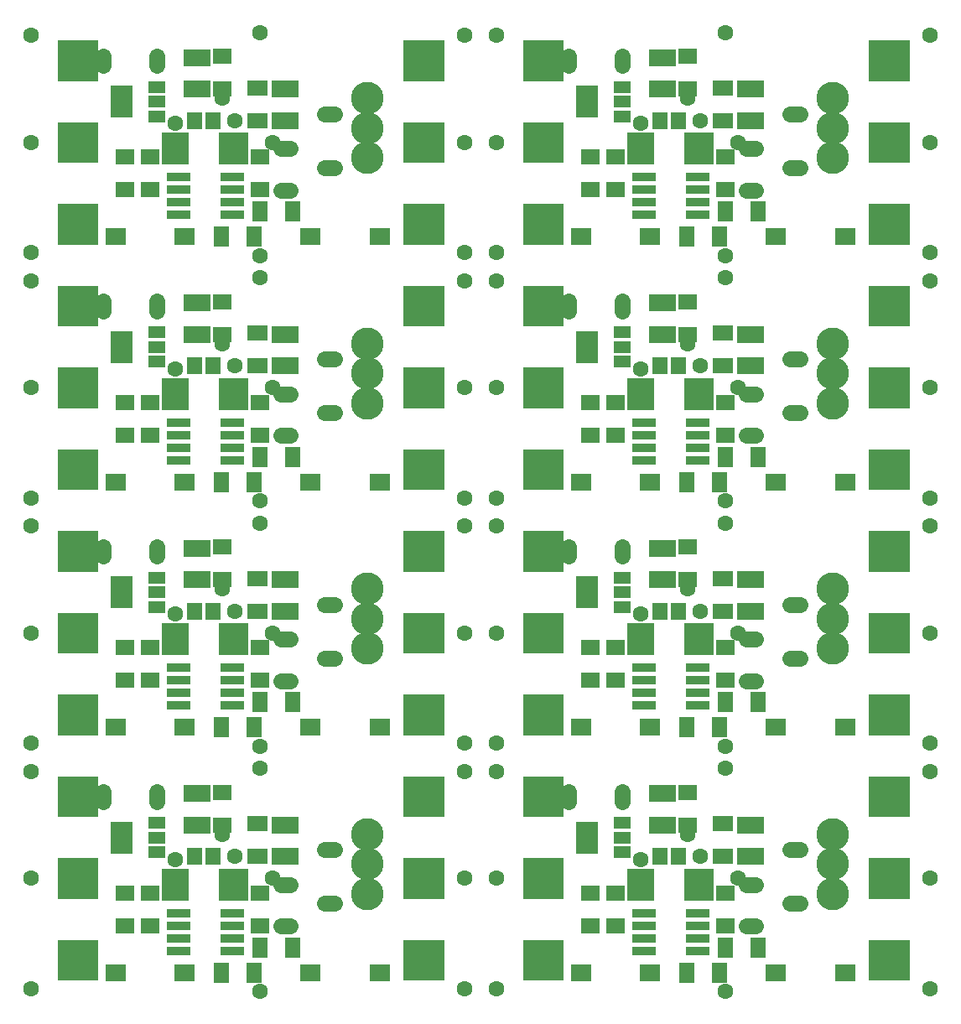
<source format=gbr>
%FSLAX34Y34*%
%MOMM*%
%LNSOLDERMASK_TOP*%
G71*
G01*
%ADD10C, 1.60*%
%ADD11R, 2.00X3.20*%
%ADD12R, 1.50X2.00*%
%ADD13R, 2.00X1.80*%
%ADD14R, 1.90X1.50*%
%ADD15C, 3.30*%
%ADD16R, 2.20X3.20*%
%ADD17R, 1.70X1.20*%
%ADD18R, 2.40X0.90*%
%ADD19R, 2.80X1.70*%
%ADD20R, 1.50X1.80*%
%ADD21C, 1.60*%
%ADD22R, 2.00X1.50*%
%LPD*%
G36*
X39850Y807875D02*
X80850Y807875D01*
X80850Y766875D01*
X39850Y766875D01*
X39850Y807875D01*
G37*
G36*
X39850Y972975D02*
X80850Y972975D01*
X80850Y931975D01*
X39850Y931975D01*
X39850Y972975D01*
G37*
G36*
X389100Y890425D02*
X430100Y890425D01*
X430100Y849425D01*
X389100Y849425D01*
X389100Y890425D01*
G37*
G54D10*
X264900Y863575D02*
X274900Y863575D01*
G54D10*
X264900Y821825D02*
X274900Y821825D01*
G54D10*
X85750Y957475D02*
X85750Y947475D01*
G54D10*
X140200Y957475D02*
X140200Y947475D01*
X161950Y863575D02*
G54D11*
D03*
X222275Y863575D02*
G54D11*
D03*
X155600Y863575D02*
G54D11*
D03*
X212750Y863575D02*
G54D11*
D03*
X238150Y774675D02*
G54D12*
D03*
X205209Y774675D02*
G54D12*
D03*
X168300Y774675D02*
G54D13*
D03*
X98450Y774675D02*
G54D13*
D03*
X365150Y774675D02*
G54D13*
D03*
X295300Y774675D02*
G54D13*
D03*
X133375Y822300D02*
G54D14*
D03*
X133375Y855241D02*
G54D14*
D03*
X107975Y822300D02*
G54D14*
D03*
X107975Y855241D02*
G54D14*
D03*
X244500Y822300D02*
G54D14*
D03*
X244500Y855241D02*
G54D14*
D03*
X244500Y800075D02*
G54D12*
D03*
X277441Y800075D02*
G54D12*
D03*
X352450Y914375D02*
G54D15*
D03*
X352450Y884375D02*
G54D15*
D03*
X352450Y854375D02*
G54D15*
D03*
X104800Y911200D02*
G54D16*
D03*
X139800Y896200D02*
G54D17*
D03*
X139800Y911200D02*
G54D17*
D03*
X139800Y926200D02*
G54D17*
D03*
X206400Y923900D02*
G54D14*
D03*
X206400Y956841D02*
G54D14*
D03*
X161950Y835000D02*
G54D18*
D03*
X161950Y822300D02*
G54D18*
D03*
X161950Y809600D02*
G54D18*
D03*
X161950Y796900D02*
G54D18*
D03*
X215950Y796900D02*
G54D18*
D03*
X215950Y809600D02*
G54D18*
D03*
X215950Y822300D02*
G54D18*
D03*
X215950Y835000D02*
G54D18*
D03*
X181000Y923900D02*
G54D19*
D03*
X181000Y955650D02*
G54D19*
D03*
X196875Y892150D02*
G54D20*
D03*
X177875Y892150D02*
G54D20*
D03*
G36*
X39850Y890425D02*
X80850Y890425D01*
X80850Y849425D01*
X39850Y849425D01*
X39850Y890425D01*
G37*
G36*
X389100Y972975D02*
X430100Y972975D01*
X430100Y931975D01*
X389100Y931975D01*
X389100Y972975D01*
G37*
G36*
X389100Y807875D02*
X430100Y807875D01*
X430100Y766875D01*
X389100Y766875D01*
X389100Y807875D01*
G37*
X269900Y923900D02*
G54D19*
D03*
X269900Y892150D02*
G54D19*
D03*
X158775Y888975D02*
G54D21*
D03*
X206400Y914375D02*
G54D21*
D03*
X241325Y892150D02*
G54D22*
D03*
X241325Y925091D02*
G54D22*
D03*
G54D10*
X309350Y844525D02*
X319350Y844525D01*
G54D10*
X309350Y898975D02*
X319350Y898975D01*
X12725Y977875D02*
G54D21*
D03*
X12725Y758800D02*
G54D21*
D03*
X12725Y869925D02*
G54D21*
D03*
X450875Y869925D02*
G54D21*
D03*
X450875Y977875D02*
G54D21*
D03*
X450875Y758800D02*
G54D21*
D03*
X219100Y892150D02*
G54D21*
D03*
X257200Y869925D02*
G54D21*
D03*
X244500Y981050D02*
G54D21*
D03*
X244500Y755625D02*
G54D21*
D03*
G36*
X39850Y560225D02*
X80850Y560225D01*
X80850Y519225D01*
X39850Y519225D01*
X39850Y560225D01*
G37*
G36*
X39850Y725325D02*
X80850Y725325D01*
X80850Y684325D01*
X39850Y684325D01*
X39850Y725325D01*
G37*
G36*
X389100Y642775D02*
X430100Y642775D01*
X430100Y601775D01*
X389100Y601775D01*
X389100Y642775D01*
G37*
G54D10*
X264900Y615925D02*
X274900Y615925D01*
G54D10*
X264900Y574175D02*
X274900Y574175D01*
G54D10*
X85750Y709825D02*
X85750Y699825D01*
G54D10*
X140200Y709825D02*
X140200Y699825D01*
X161950Y615925D02*
G54D11*
D03*
X222275Y615925D02*
G54D11*
D03*
X155600Y615925D02*
G54D11*
D03*
X212750Y615925D02*
G54D11*
D03*
X238150Y527025D02*
G54D12*
D03*
X205209Y527025D02*
G54D12*
D03*
X168300Y527025D02*
G54D13*
D03*
X98450Y527025D02*
G54D13*
D03*
X365150Y527025D02*
G54D13*
D03*
X295300Y527025D02*
G54D13*
D03*
X133375Y574650D02*
G54D14*
D03*
X133375Y607591D02*
G54D14*
D03*
X107975Y574650D02*
G54D14*
D03*
X107975Y607591D02*
G54D14*
D03*
X244500Y574650D02*
G54D14*
D03*
X244500Y607591D02*
G54D14*
D03*
X244500Y552425D02*
G54D12*
D03*
X277441Y552425D02*
G54D12*
D03*
X352450Y666725D02*
G54D15*
D03*
X352450Y636725D02*
G54D15*
D03*
X352450Y606725D02*
G54D15*
D03*
X104800Y663550D02*
G54D16*
D03*
X139800Y648550D02*
G54D17*
D03*
X139800Y663550D02*
G54D17*
D03*
X139800Y678550D02*
G54D17*
D03*
X206400Y676250D02*
G54D14*
D03*
X206400Y709191D02*
G54D14*
D03*
X161950Y587350D02*
G54D18*
D03*
X161950Y574650D02*
G54D18*
D03*
X161950Y561950D02*
G54D18*
D03*
X161950Y549250D02*
G54D18*
D03*
X215950Y549250D02*
G54D18*
D03*
X215950Y561950D02*
G54D18*
D03*
X215950Y574650D02*
G54D18*
D03*
X215950Y587350D02*
G54D18*
D03*
X181000Y676250D02*
G54D19*
D03*
X181000Y708000D02*
G54D19*
D03*
X196875Y644500D02*
G54D20*
D03*
X177875Y644500D02*
G54D20*
D03*
G36*
X39850Y642775D02*
X80850Y642775D01*
X80850Y601775D01*
X39850Y601775D01*
X39850Y642775D01*
G37*
G36*
X389100Y725325D02*
X430100Y725325D01*
X430100Y684325D01*
X389100Y684325D01*
X389100Y725325D01*
G37*
G36*
X389100Y560225D02*
X430100Y560225D01*
X430100Y519225D01*
X389100Y519225D01*
X389100Y560225D01*
G37*
X269900Y676250D02*
G54D19*
D03*
X269900Y644500D02*
G54D19*
D03*
X158775Y641325D02*
G54D21*
D03*
X206400Y666725D02*
G54D21*
D03*
X241325Y644500D02*
G54D22*
D03*
X241325Y677441D02*
G54D22*
D03*
G54D10*
X309350Y596875D02*
X319350Y596875D01*
G54D10*
X309350Y651325D02*
X319350Y651325D01*
X12725Y730225D02*
G54D21*
D03*
X12725Y511150D02*
G54D21*
D03*
X12725Y622275D02*
G54D21*
D03*
X450875Y622275D02*
G54D21*
D03*
X450875Y730225D02*
G54D21*
D03*
X450875Y511150D02*
G54D21*
D03*
X219100Y644500D02*
G54D21*
D03*
X257200Y622275D02*
G54D21*
D03*
X244500Y733400D02*
G54D21*
D03*
X244500Y507975D02*
G54D21*
D03*
G36*
X39850Y312575D02*
X80850Y312575D01*
X80850Y271575D01*
X39850Y271575D01*
X39850Y312575D01*
G37*
G36*
X39850Y477675D02*
X80850Y477675D01*
X80850Y436675D01*
X39850Y436675D01*
X39850Y477675D01*
G37*
G36*
X389100Y395125D02*
X430100Y395125D01*
X430100Y354125D01*
X389100Y354125D01*
X389100Y395125D01*
G37*
G54D10*
X264900Y368275D02*
X274900Y368275D01*
G54D10*
X264900Y326525D02*
X274900Y326525D01*
G54D10*
X85750Y462175D02*
X85750Y452175D01*
G54D10*
X140200Y462175D02*
X140200Y452175D01*
X161950Y368275D02*
G54D11*
D03*
X222275Y368275D02*
G54D11*
D03*
X155600Y368275D02*
G54D11*
D03*
X212750Y368275D02*
G54D11*
D03*
X238150Y279375D02*
G54D12*
D03*
X205209Y279375D02*
G54D12*
D03*
X168300Y279375D02*
G54D13*
D03*
X98450Y279375D02*
G54D13*
D03*
X365150Y279375D02*
G54D13*
D03*
X295300Y279375D02*
G54D13*
D03*
X133375Y327000D02*
G54D14*
D03*
X133375Y359941D02*
G54D14*
D03*
X107975Y327000D02*
G54D14*
D03*
X107975Y359941D02*
G54D14*
D03*
X244500Y327000D02*
G54D14*
D03*
X244500Y359941D02*
G54D14*
D03*
X244500Y304775D02*
G54D12*
D03*
X277441Y304775D02*
G54D12*
D03*
X352450Y419075D02*
G54D15*
D03*
X352450Y389075D02*
G54D15*
D03*
X352450Y359075D02*
G54D15*
D03*
X104800Y415900D02*
G54D16*
D03*
X139800Y400900D02*
G54D17*
D03*
X139800Y415900D02*
G54D17*
D03*
X139800Y430900D02*
G54D17*
D03*
X206400Y428600D02*
G54D14*
D03*
X206400Y461541D02*
G54D14*
D03*
X161950Y339700D02*
G54D18*
D03*
X161950Y327000D02*
G54D18*
D03*
X161950Y314300D02*
G54D18*
D03*
X161950Y301600D02*
G54D18*
D03*
X215950Y301600D02*
G54D18*
D03*
X215950Y314300D02*
G54D18*
D03*
X215950Y327000D02*
G54D18*
D03*
X215950Y339700D02*
G54D18*
D03*
X181000Y428600D02*
G54D19*
D03*
X181000Y460350D02*
G54D19*
D03*
X196875Y396850D02*
G54D20*
D03*
X177875Y396850D02*
G54D20*
D03*
G36*
X39850Y395125D02*
X80850Y395125D01*
X80850Y354125D01*
X39850Y354125D01*
X39850Y395125D01*
G37*
G36*
X389100Y477675D02*
X430100Y477675D01*
X430100Y436675D01*
X389100Y436675D01*
X389100Y477675D01*
G37*
G36*
X389100Y312575D02*
X430100Y312575D01*
X430100Y271575D01*
X389100Y271575D01*
X389100Y312575D01*
G37*
X269900Y428600D02*
G54D19*
D03*
X269900Y396850D02*
G54D19*
D03*
X158775Y393675D02*
G54D21*
D03*
X206400Y419075D02*
G54D21*
D03*
X241325Y396850D02*
G54D22*
D03*
X241325Y429791D02*
G54D22*
D03*
G54D10*
X309350Y349225D02*
X319350Y349225D01*
G54D10*
X309350Y403675D02*
X319350Y403675D01*
X12725Y482575D02*
G54D21*
D03*
X12725Y263500D02*
G54D21*
D03*
X12725Y374625D02*
G54D21*
D03*
X450875Y374625D02*
G54D21*
D03*
X450875Y482575D02*
G54D21*
D03*
X450875Y263500D02*
G54D21*
D03*
X219100Y396850D02*
G54D21*
D03*
X257200Y374625D02*
G54D21*
D03*
X244500Y485750D02*
G54D21*
D03*
X244500Y260325D02*
G54D21*
D03*
G36*
X39850Y64925D02*
X80850Y64925D01*
X80850Y23925D01*
X39850Y23925D01*
X39850Y64925D01*
G37*
G36*
X39850Y230025D02*
X80850Y230025D01*
X80850Y189025D01*
X39850Y189025D01*
X39850Y230025D01*
G37*
G36*
X389100Y147475D02*
X430100Y147475D01*
X430100Y106475D01*
X389100Y106475D01*
X389100Y147475D01*
G37*
G54D10*
X264900Y120625D02*
X274900Y120625D01*
G54D10*
X264900Y78875D02*
X274900Y78875D01*
G54D10*
X85750Y214525D02*
X85750Y204525D01*
G54D10*
X140200Y214525D02*
X140200Y204525D01*
X161950Y120625D02*
G54D11*
D03*
X222275Y120625D02*
G54D11*
D03*
X155600Y120625D02*
G54D11*
D03*
X212750Y120625D02*
G54D11*
D03*
X238150Y31725D02*
G54D12*
D03*
X205209Y31725D02*
G54D12*
D03*
X168300Y31725D02*
G54D13*
D03*
X98450Y31725D02*
G54D13*
D03*
X365150Y31725D02*
G54D13*
D03*
X295300Y31725D02*
G54D13*
D03*
X133375Y79350D02*
G54D14*
D03*
X133375Y112291D02*
G54D14*
D03*
X107975Y79350D02*
G54D14*
D03*
X107975Y112291D02*
G54D14*
D03*
X244500Y79350D02*
G54D14*
D03*
X244500Y112291D02*
G54D14*
D03*
X244500Y57125D02*
G54D12*
D03*
X277441Y57125D02*
G54D12*
D03*
X352450Y171425D02*
G54D15*
D03*
X352450Y141425D02*
G54D15*
D03*
X352450Y111425D02*
G54D15*
D03*
X104800Y168250D02*
G54D16*
D03*
X139800Y153250D02*
G54D17*
D03*
X139800Y168250D02*
G54D17*
D03*
X139800Y183250D02*
G54D17*
D03*
X206400Y180950D02*
G54D14*
D03*
X206400Y213891D02*
G54D14*
D03*
X161950Y92050D02*
G54D18*
D03*
X161950Y79350D02*
G54D18*
D03*
X161950Y66650D02*
G54D18*
D03*
X161950Y53950D02*
G54D18*
D03*
X215950Y53950D02*
G54D18*
D03*
X215950Y66650D02*
G54D18*
D03*
X215950Y79350D02*
G54D18*
D03*
X215950Y92050D02*
G54D18*
D03*
X181000Y180950D02*
G54D19*
D03*
X181000Y212700D02*
G54D19*
D03*
X196875Y149200D02*
G54D20*
D03*
X177875Y149200D02*
G54D20*
D03*
G36*
X39850Y147475D02*
X80850Y147475D01*
X80850Y106475D01*
X39850Y106475D01*
X39850Y147475D01*
G37*
G36*
X389100Y230025D02*
X430100Y230025D01*
X430100Y189025D01*
X389100Y189025D01*
X389100Y230025D01*
G37*
G36*
X389100Y64925D02*
X430100Y64925D01*
X430100Y23925D01*
X389100Y23925D01*
X389100Y64925D01*
G37*
X269900Y180950D02*
G54D19*
D03*
X269900Y149200D02*
G54D19*
D03*
X158775Y146025D02*
G54D21*
D03*
X206400Y171425D02*
G54D21*
D03*
X241325Y149200D02*
G54D22*
D03*
X241325Y182141D02*
G54D22*
D03*
G54D10*
X309350Y101575D02*
X319350Y101575D01*
G54D10*
X309350Y156025D02*
X319350Y156025D01*
X12725Y234925D02*
G54D21*
D03*
X12725Y15850D02*
G54D21*
D03*
X12725Y126975D02*
G54D21*
D03*
X450875Y126975D02*
G54D21*
D03*
X450875Y234925D02*
G54D21*
D03*
X450875Y15850D02*
G54D21*
D03*
X219100Y149200D02*
G54D21*
D03*
X257200Y126975D02*
G54D21*
D03*
X244500Y238100D02*
G54D21*
D03*
X244500Y12675D02*
G54D21*
D03*
G36*
X509750Y807875D02*
X550750Y807875D01*
X550750Y766875D01*
X509750Y766875D01*
X509750Y807875D01*
G37*
G36*
X509750Y972975D02*
X550750Y972975D01*
X550750Y931975D01*
X509750Y931975D01*
X509750Y972975D01*
G37*
G36*
X859000Y890425D02*
X900000Y890425D01*
X900000Y849425D01*
X859000Y849425D01*
X859000Y890425D01*
G37*
G54D10*
X734800Y863575D02*
X744800Y863575D01*
G54D10*
X734800Y821825D02*
X744800Y821825D01*
G54D10*
X555650Y957475D02*
X555650Y947475D01*
G54D10*
X610100Y957475D02*
X610100Y947475D01*
X631850Y863575D02*
G54D11*
D03*
X692175Y863575D02*
G54D11*
D03*
X625500Y863575D02*
G54D11*
D03*
X682650Y863575D02*
G54D11*
D03*
X708050Y774675D02*
G54D12*
D03*
X675109Y774675D02*
G54D12*
D03*
X638200Y774675D02*
G54D13*
D03*
X568350Y774675D02*
G54D13*
D03*
X835050Y774675D02*
G54D13*
D03*
X765200Y774675D02*
G54D13*
D03*
X603275Y822300D02*
G54D14*
D03*
X603275Y855241D02*
G54D14*
D03*
X577875Y822300D02*
G54D14*
D03*
X577875Y855241D02*
G54D14*
D03*
X714400Y822300D02*
G54D14*
D03*
X714400Y855241D02*
G54D14*
D03*
X714400Y800075D02*
G54D12*
D03*
X747341Y800075D02*
G54D12*
D03*
X822350Y914375D02*
G54D15*
D03*
X822350Y884375D02*
G54D15*
D03*
X822350Y854375D02*
G54D15*
D03*
X574700Y911200D02*
G54D16*
D03*
X609700Y896200D02*
G54D17*
D03*
X609700Y911200D02*
G54D17*
D03*
X609700Y926200D02*
G54D17*
D03*
X676300Y923900D02*
G54D14*
D03*
X676300Y956841D02*
G54D14*
D03*
X631850Y835000D02*
G54D18*
D03*
X631850Y822300D02*
G54D18*
D03*
X631850Y809600D02*
G54D18*
D03*
X631850Y796900D02*
G54D18*
D03*
X685850Y796900D02*
G54D18*
D03*
X685850Y809600D02*
G54D18*
D03*
X685850Y822300D02*
G54D18*
D03*
X685850Y835000D02*
G54D18*
D03*
X650900Y923900D02*
G54D19*
D03*
X650900Y955650D02*
G54D19*
D03*
X666775Y892150D02*
G54D20*
D03*
X647775Y892150D02*
G54D20*
D03*
G36*
X509750Y890425D02*
X550750Y890425D01*
X550750Y849425D01*
X509750Y849425D01*
X509750Y890425D01*
G37*
G36*
X859000Y972975D02*
X900000Y972975D01*
X900000Y931975D01*
X859000Y931975D01*
X859000Y972975D01*
G37*
G36*
X859000Y807875D02*
X900000Y807875D01*
X900000Y766875D01*
X859000Y766875D01*
X859000Y807875D01*
G37*
X739800Y923900D02*
G54D19*
D03*
X739800Y892150D02*
G54D19*
D03*
X628675Y888975D02*
G54D21*
D03*
X676300Y914375D02*
G54D21*
D03*
X711225Y892150D02*
G54D22*
D03*
X711225Y925091D02*
G54D22*
D03*
G54D10*
X779250Y844525D02*
X789250Y844525D01*
G54D10*
X779250Y898975D02*
X789250Y898975D01*
X482625Y977875D02*
G54D21*
D03*
X482625Y758800D02*
G54D21*
D03*
X482625Y869925D02*
G54D21*
D03*
X920775Y869925D02*
G54D21*
D03*
X920775Y977875D02*
G54D21*
D03*
X920775Y758800D02*
G54D21*
D03*
X689000Y892150D02*
G54D21*
D03*
X727100Y869925D02*
G54D21*
D03*
X714400Y981050D02*
G54D21*
D03*
X714400Y755625D02*
G54D21*
D03*
G36*
X509750Y560225D02*
X550750Y560225D01*
X550750Y519225D01*
X509750Y519225D01*
X509750Y560225D01*
G37*
G36*
X509750Y725325D02*
X550750Y725325D01*
X550750Y684325D01*
X509750Y684325D01*
X509750Y725325D01*
G37*
G36*
X859000Y642775D02*
X900000Y642775D01*
X900000Y601775D01*
X859000Y601775D01*
X859000Y642775D01*
G37*
G54D10*
X734800Y615925D02*
X744800Y615925D01*
G54D10*
X734800Y574175D02*
X744800Y574175D01*
G54D10*
X555650Y709825D02*
X555650Y699825D01*
G54D10*
X610100Y709825D02*
X610100Y699825D01*
X631850Y615925D02*
G54D11*
D03*
X692175Y615925D02*
G54D11*
D03*
X625500Y615925D02*
G54D11*
D03*
X682650Y615925D02*
G54D11*
D03*
X708050Y527025D02*
G54D12*
D03*
X675109Y527025D02*
G54D12*
D03*
X638200Y527025D02*
G54D13*
D03*
X568350Y527025D02*
G54D13*
D03*
X835050Y527025D02*
G54D13*
D03*
X765200Y527025D02*
G54D13*
D03*
X603275Y574650D02*
G54D14*
D03*
X603275Y607591D02*
G54D14*
D03*
X577875Y574650D02*
G54D14*
D03*
X577875Y607591D02*
G54D14*
D03*
X714400Y574650D02*
G54D14*
D03*
X714400Y607591D02*
G54D14*
D03*
X714400Y552425D02*
G54D12*
D03*
X747341Y552425D02*
G54D12*
D03*
X822350Y666725D02*
G54D15*
D03*
X822350Y636725D02*
G54D15*
D03*
X822350Y606725D02*
G54D15*
D03*
X574700Y663550D02*
G54D16*
D03*
X609700Y648550D02*
G54D17*
D03*
X609700Y663550D02*
G54D17*
D03*
X609700Y678550D02*
G54D17*
D03*
X676300Y676250D02*
G54D14*
D03*
X676300Y709191D02*
G54D14*
D03*
X631850Y587350D02*
G54D18*
D03*
X631850Y574650D02*
G54D18*
D03*
X631850Y561950D02*
G54D18*
D03*
X631850Y549250D02*
G54D18*
D03*
X685850Y549250D02*
G54D18*
D03*
X685850Y561950D02*
G54D18*
D03*
X685850Y574650D02*
G54D18*
D03*
X685850Y587350D02*
G54D18*
D03*
X650900Y676250D02*
G54D19*
D03*
X650900Y708000D02*
G54D19*
D03*
X666775Y644500D02*
G54D20*
D03*
X647775Y644500D02*
G54D20*
D03*
G36*
X509750Y642775D02*
X550750Y642775D01*
X550750Y601775D01*
X509750Y601775D01*
X509750Y642775D01*
G37*
G36*
X859000Y725325D02*
X900000Y725325D01*
X900000Y684325D01*
X859000Y684325D01*
X859000Y725325D01*
G37*
G36*
X859000Y560225D02*
X900000Y560225D01*
X900000Y519225D01*
X859000Y519225D01*
X859000Y560225D01*
G37*
X739800Y676250D02*
G54D19*
D03*
X739800Y644500D02*
G54D19*
D03*
X628675Y641325D02*
G54D21*
D03*
X676300Y666725D02*
G54D21*
D03*
X711225Y644500D02*
G54D22*
D03*
X711225Y677441D02*
G54D22*
D03*
G54D10*
X779250Y596875D02*
X789250Y596875D01*
G54D10*
X779250Y651325D02*
X789250Y651325D01*
X482625Y730225D02*
G54D21*
D03*
X482625Y511150D02*
G54D21*
D03*
X482625Y622275D02*
G54D21*
D03*
X920775Y622275D02*
G54D21*
D03*
X920775Y730225D02*
G54D21*
D03*
X920775Y511150D02*
G54D21*
D03*
X689000Y644500D02*
G54D21*
D03*
X727100Y622275D02*
G54D21*
D03*
X714400Y733400D02*
G54D21*
D03*
X714400Y507975D02*
G54D21*
D03*
G36*
X509750Y312575D02*
X550750Y312575D01*
X550750Y271575D01*
X509750Y271575D01*
X509750Y312575D01*
G37*
G36*
X509750Y477675D02*
X550750Y477675D01*
X550750Y436675D01*
X509750Y436675D01*
X509750Y477675D01*
G37*
G36*
X859000Y395125D02*
X900000Y395125D01*
X900000Y354125D01*
X859000Y354125D01*
X859000Y395125D01*
G37*
G54D10*
X734800Y368275D02*
X744800Y368275D01*
G54D10*
X734800Y326525D02*
X744800Y326525D01*
G54D10*
X555650Y462175D02*
X555650Y452175D01*
G54D10*
X610100Y462175D02*
X610100Y452175D01*
X631850Y368275D02*
G54D11*
D03*
X692175Y368275D02*
G54D11*
D03*
X625500Y368275D02*
G54D11*
D03*
X682650Y368275D02*
G54D11*
D03*
X708050Y279375D02*
G54D12*
D03*
X675109Y279375D02*
G54D12*
D03*
X638200Y279375D02*
G54D13*
D03*
X568350Y279375D02*
G54D13*
D03*
X835050Y279375D02*
G54D13*
D03*
X765200Y279375D02*
G54D13*
D03*
X603275Y327000D02*
G54D14*
D03*
X603275Y359941D02*
G54D14*
D03*
X577875Y327000D02*
G54D14*
D03*
X577875Y359941D02*
G54D14*
D03*
X714400Y327000D02*
G54D14*
D03*
X714400Y359941D02*
G54D14*
D03*
X714400Y304775D02*
G54D12*
D03*
X747341Y304775D02*
G54D12*
D03*
X822350Y419075D02*
G54D15*
D03*
X822350Y389075D02*
G54D15*
D03*
X822350Y359075D02*
G54D15*
D03*
X574700Y415900D02*
G54D16*
D03*
X609700Y400900D02*
G54D17*
D03*
X609700Y415900D02*
G54D17*
D03*
X609700Y430900D02*
G54D17*
D03*
X676300Y428600D02*
G54D14*
D03*
X676300Y461541D02*
G54D14*
D03*
X631850Y339700D02*
G54D18*
D03*
X631850Y327000D02*
G54D18*
D03*
X631850Y314300D02*
G54D18*
D03*
X631850Y301600D02*
G54D18*
D03*
X685850Y301600D02*
G54D18*
D03*
X685850Y314300D02*
G54D18*
D03*
X685850Y327000D02*
G54D18*
D03*
X685850Y339700D02*
G54D18*
D03*
X650900Y428600D02*
G54D19*
D03*
X650900Y460350D02*
G54D19*
D03*
X666775Y396850D02*
G54D20*
D03*
X647775Y396850D02*
G54D20*
D03*
G36*
X509750Y395125D02*
X550750Y395125D01*
X550750Y354125D01*
X509750Y354125D01*
X509750Y395125D01*
G37*
G36*
X859000Y477675D02*
X900000Y477675D01*
X900000Y436675D01*
X859000Y436675D01*
X859000Y477675D01*
G37*
G36*
X859000Y312575D02*
X900000Y312575D01*
X900000Y271575D01*
X859000Y271575D01*
X859000Y312575D01*
G37*
X739800Y428600D02*
G54D19*
D03*
X739800Y396850D02*
G54D19*
D03*
X628675Y393675D02*
G54D21*
D03*
X676300Y419075D02*
G54D21*
D03*
X711225Y396850D02*
G54D22*
D03*
X711225Y429791D02*
G54D22*
D03*
G54D10*
X779250Y349225D02*
X789250Y349225D01*
G54D10*
X779250Y403675D02*
X789250Y403675D01*
X482625Y482575D02*
G54D21*
D03*
X482625Y263500D02*
G54D21*
D03*
X482625Y374625D02*
G54D21*
D03*
X920775Y374625D02*
G54D21*
D03*
X920775Y482575D02*
G54D21*
D03*
X920775Y263500D02*
G54D21*
D03*
X689000Y396850D02*
G54D21*
D03*
X727100Y374625D02*
G54D21*
D03*
X714400Y485750D02*
G54D21*
D03*
X714400Y260325D02*
G54D21*
D03*
G36*
X509750Y64925D02*
X550750Y64925D01*
X550750Y23925D01*
X509750Y23925D01*
X509750Y64925D01*
G37*
G36*
X509750Y230025D02*
X550750Y230025D01*
X550750Y189025D01*
X509750Y189025D01*
X509750Y230025D01*
G37*
G36*
X859000Y147475D02*
X900000Y147475D01*
X900000Y106475D01*
X859000Y106475D01*
X859000Y147475D01*
G37*
G54D10*
X734800Y120625D02*
X744800Y120625D01*
G54D10*
X734800Y78875D02*
X744800Y78875D01*
G54D10*
X555650Y214525D02*
X555650Y204525D01*
G54D10*
X610100Y214525D02*
X610100Y204525D01*
X631850Y120625D02*
G54D11*
D03*
X692175Y120625D02*
G54D11*
D03*
X625500Y120625D02*
G54D11*
D03*
X682650Y120625D02*
G54D11*
D03*
X708050Y31725D02*
G54D12*
D03*
X675109Y31725D02*
G54D12*
D03*
X638200Y31725D02*
G54D13*
D03*
X568350Y31725D02*
G54D13*
D03*
X835050Y31725D02*
G54D13*
D03*
X765200Y31725D02*
G54D13*
D03*
X603275Y79350D02*
G54D14*
D03*
X603275Y112291D02*
G54D14*
D03*
X577875Y79350D02*
G54D14*
D03*
X577875Y112291D02*
G54D14*
D03*
X714400Y79350D02*
G54D14*
D03*
X714400Y112291D02*
G54D14*
D03*
X714400Y57125D02*
G54D12*
D03*
X747341Y57125D02*
G54D12*
D03*
X822350Y171425D02*
G54D15*
D03*
X822350Y141425D02*
G54D15*
D03*
X822350Y111425D02*
G54D15*
D03*
X574700Y168250D02*
G54D16*
D03*
X609700Y153250D02*
G54D17*
D03*
X609700Y168250D02*
G54D17*
D03*
X609700Y183250D02*
G54D17*
D03*
X676300Y180950D02*
G54D14*
D03*
X676300Y213891D02*
G54D14*
D03*
X631850Y92050D02*
G54D18*
D03*
X631850Y79350D02*
G54D18*
D03*
X631850Y66650D02*
G54D18*
D03*
X631850Y53950D02*
G54D18*
D03*
X685850Y53950D02*
G54D18*
D03*
X685850Y66650D02*
G54D18*
D03*
X685850Y79350D02*
G54D18*
D03*
X685850Y92050D02*
G54D18*
D03*
X650900Y180950D02*
G54D19*
D03*
X650900Y212700D02*
G54D19*
D03*
X666775Y149200D02*
G54D20*
D03*
X647775Y149200D02*
G54D20*
D03*
G36*
X509750Y147475D02*
X550750Y147475D01*
X550750Y106475D01*
X509750Y106475D01*
X509750Y147475D01*
G37*
G36*
X859000Y230025D02*
X900000Y230025D01*
X900000Y189025D01*
X859000Y189025D01*
X859000Y230025D01*
G37*
G36*
X859000Y64925D02*
X900000Y64925D01*
X900000Y23925D01*
X859000Y23925D01*
X859000Y64925D01*
G37*
X739800Y180950D02*
G54D19*
D03*
X739800Y149200D02*
G54D19*
D03*
X628675Y146025D02*
G54D21*
D03*
X676300Y171425D02*
G54D21*
D03*
X711225Y149200D02*
G54D22*
D03*
X711225Y182141D02*
G54D22*
D03*
G54D10*
X779250Y101575D02*
X789250Y101575D01*
G54D10*
X779250Y156025D02*
X789250Y156025D01*
X482625Y234925D02*
G54D21*
D03*
X482625Y15850D02*
G54D21*
D03*
X482625Y126975D02*
G54D21*
D03*
X920775Y126975D02*
G54D21*
D03*
X920775Y234925D02*
G54D21*
D03*
X920775Y15850D02*
G54D21*
D03*
X689000Y149200D02*
G54D21*
D03*
X727100Y126975D02*
G54D21*
D03*
X714400Y238100D02*
G54D21*
D03*
X714400Y12675D02*
G54D21*
D03*
M02*

</source>
